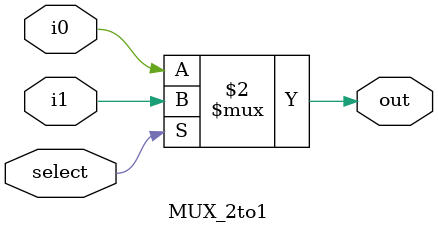
<source format=v>
module MUX_2to1 (input i0, i1, select, output out);
    assign out = (select == 0) ? i0 :
                  i1;
endmodule
</source>
